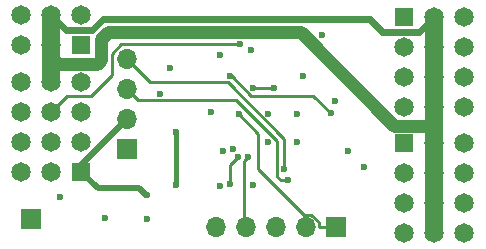
<source format=gbl>
%TF.GenerationSoftware,KiCad,Pcbnew,(6.0.9)*%
%TF.CreationDate,2023-03-12T19:50:08-06:00*%
%TF.ProjectId,CRSFtoPWM,43525346-746f-4505-974d-2e6b69636164,rev?*%
%TF.SameCoordinates,Original*%
%TF.FileFunction,Copper,L4,Bot*%
%TF.FilePolarity,Positive*%
%FSLAX46Y46*%
G04 Gerber Fmt 4.6, Leading zero omitted, Abs format (unit mm)*
G04 Created by KiCad (PCBNEW (6.0.9)) date 2023-03-12 19:50:08*
%MOMM*%
%LPD*%
G01*
G04 APERTURE LIST*
%TA.AperFunction,ComponentPad*%
%ADD10R,1.700000X1.700000*%
%TD*%
%TA.AperFunction,ComponentPad*%
%ADD11R,1.650000X1.650000*%
%TD*%
%TA.AperFunction,ComponentPad*%
%ADD12C,1.650000*%
%TD*%
%TA.AperFunction,ComponentPad*%
%ADD13O,1.700000X1.700000*%
%TD*%
%TA.AperFunction,ViaPad*%
%ADD14C,0.600000*%
%TD*%
%TA.AperFunction,Conductor*%
%ADD15C,0.400000*%
%TD*%
%TA.AperFunction,Conductor*%
%ADD16C,0.500000*%
%TD*%
%TA.AperFunction,Conductor*%
%ADD17C,0.250000*%
%TD*%
%TA.AperFunction,Conductor*%
%ADD18C,1.500000*%
%TD*%
%TA.AperFunction,Conductor*%
%ADD19C,1.100000*%
%TD*%
%TA.AperFunction,Conductor*%
%ADD20C,0.600000*%
%TD*%
G04 APERTURE END LIST*
D10*
X142900000Y-113100000D03*
D11*
X174560000Y-106690000D03*
D12*
X177100000Y-106690000D03*
X179640000Y-106690000D03*
X174560000Y-109230000D03*
X177100000Y-109230000D03*
X179640000Y-109230000D03*
X174560000Y-111770000D03*
X177100000Y-111770000D03*
X179640000Y-111770000D03*
X174560000Y-114310000D03*
X177100000Y-114310000D03*
X179640000Y-114310000D03*
D10*
X168775000Y-113800000D03*
D13*
X166235000Y-113800000D03*
X163695000Y-113800000D03*
X161155000Y-113800000D03*
X158615000Y-113800000D03*
D11*
X147200000Y-98400000D03*
D12*
X144660000Y-98400000D03*
X142120000Y-98400000D03*
X147200000Y-95860000D03*
X144660000Y-95860000D03*
X142120000Y-95860000D03*
D10*
X151100000Y-107200000D03*
D13*
X151100000Y-104660000D03*
X151100000Y-102120000D03*
X151100000Y-99580000D03*
D11*
X147200000Y-109100000D03*
D12*
X144660000Y-109100000D03*
X142120000Y-109100000D03*
X147200000Y-106560000D03*
X144660000Y-106560000D03*
X142120000Y-106560000D03*
X147200000Y-104020000D03*
X144660000Y-104020000D03*
X142120000Y-104020000D03*
X147200000Y-101480000D03*
X144660000Y-101480000D03*
X142120000Y-101480000D03*
D11*
X174560000Y-96020000D03*
D12*
X177100000Y-96020000D03*
X179640000Y-96020000D03*
X174560000Y-98560000D03*
X177100000Y-98560000D03*
X179640000Y-98560000D03*
X174560000Y-101100000D03*
X177100000Y-101100000D03*
X179640000Y-101100000D03*
X174560000Y-103640000D03*
X177100000Y-103640000D03*
X179640000Y-103640000D03*
D14*
X158200000Y-104000000D03*
X161600000Y-98800000D03*
X160059472Y-107174989D03*
X167600000Y-97500000D03*
X153900000Y-102475498D03*
X171100000Y-108700000D03*
X161700000Y-110200000D03*
X155200000Y-110200000D03*
X155200000Y-105700000D03*
X152800000Y-111100000D03*
X164700000Y-109800000D03*
X164400000Y-108900000D03*
X161300000Y-107875500D03*
X159800000Y-101000000D03*
X168300000Y-104100000D03*
X152800000Y-113100000D03*
X168700000Y-103100000D03*
X169800000Y-107300000D03*
X165500000Y-106600000D03*
X154700000Y-100300000D03*
X158900000Y-110300000D03*
X163000000Y-106600000D03*
X165500000Y-104200000D03*
X158900000Y-99200000D03*
X149200000Y-113000000D03*
X163020878Y-104179122D03*
X159200000Y-107300000D03*
X145375000Y-111225000D03*
X166000000Y-101000000D03*
X160600000Y-98300000D03*
X163474500Y-102047080D03*
X161700000Y-102000000D03*
X160550000Y-104250000D03*
X160450978Y-107875500D03*
X159800000Y-110100000D03*
D15*
X155200000Y-110200000D02*
X155200000Y-105700000D01*
D16*
X147200000Y-108560000D02*
X151100000Y-104660000D01*
X148600000Y-110500000D02*
X147200000Y-109100000D01*
X152800000Y-111100000D02*
X152700000Y-111100000D01*
X152100000Y-110500000D02*
X148600000Y-110500000D01*
X152700000Y-111100000D02*
X152100000Y-110500000D01*
D17*
X164700000Y-109800000D02*
X164100000Y-109800000D01*
X164100000Y-109800000D02*
X163800000Y-109500000D01*
X163800000Y-106500000D02*
X160300000Y-103000000D01*
X160300000Y-103000000D02*
X151980000Y-103000000D01*
X151980000Y-103000000D02*
X151100000Y-102120000D01*
X163800000Y-109500000D02*
X163800000Y-106500000D01*
X164400000Y-106300000D02*
X159600000Y-101500000D01*
X159600000Y-101500000D02*
X153020000Y-101500000D01*
X153020000Y-101500000D02*
X151100000Y-99580000D01*
X164400000Y-108900000D02*
X164400000Y-106300000D01*
X161300000Y-107875500D02*
X161000000Y-108175500D01*
X161000000Y-108175500D02*
X161000000Y-113645000D01*
X161608743Y-102650499D02*
X159958244Y-101000000D01*
X159958244Y-101000000D02*
X159800000Y-101000000D01*
X166850499Y-102650499D02*
X161608743Y-102650499D01*
X168300000Y-104100000D02*
X166850499Y-102650499D01*
D18*
X177100000Y-105200000D02*
X177100000Y-114310000D01*
D19*
X165799750Y-97299750D02*
X173700000Y-105200000D01*
D18*
X144660000Y-99360000D02*
X144660000Y-101480000D01*
X177100000Y-96020000D02*
X177100000Y-105200000D01*
D19*
X148550000Y-100000000D02*
X148900000Y-99650000D01*
X145300000Y-100000000D02*
X148550000Y-100000000D01*
X148900000Y-97900000D02*
X149500250Y-97299750D01*
D20*
X145900000Y-97100000D02*
X144660000Y-95860000D01*
X172700000Y-97300000D02*
X171600000Y-96200000D01*
X175820000Y-97300000D02*
X172700000Y-97300000D01*
X149000000Y-96200000D02*
X148100000Y-97100000D01*
D18*
X144660000Y-95860000D02*
X144660000Y-99360000D01*
D19*
X173700000Y-105200000D02*
X177100000Y-105200000D01*
X149500250Y-97299750D02*
X165799750Y-97299750D01*
D20*
X171600000Y-96200000D02*
X149000000Y-96200000D01*
D19*
X148900000Y-99650000D02*
X148900000Y-97900000D01*
D20*
X177100000Y-96020000D02*
X175820000Y-97300000D01*
D19*
X144660000Y-99360000D02*
X145300000Y-100000000D01*
D20*
X148100000Y-97100000D02*
X145900000Y-97100000D01*
D17*
X144660000Y-104020000D02*
X145980000Y-102700000D01*
X149800000Y-100900000D02*
X149800000Y-99100000D01*
X149800000Y-99100000D02*
X150600000Y-98300000D01*
X148000000Y-102700000D02*
X149800000Y-100900000D01*
X145980000Y-102700000D02*
X148000000Y-102700000D01*
X150600000Y-98300000D02*
X160600000Y-98300000D01*
X163427420Y-102000000D02*
X163474500Y-102047080D01*
X163474500Y-102025500D02*
X163474500Y-102047080D01*
X161700000Y-102000000D02*
X163427420Y-102000000D01*
X167310000Y-113354720D02*
X167310000Y-113800000D01*
X167310000Y-113800000D02*
X168400000Y-113800000D01*
X166680280Y-112725000D02*
X167310000Y-113354720D01*
X162200000Y-105900000D02*
X162200000Y-108900000D01*
X166025000Y-112725000D02*
X166680280Y-112725000D01*
X162200000Y-108900000D02*
X166025000Y-112725000D01*
X160550000Y-104250000D02*
X162200000Y-105900000D01*
X160450978Y-107875500D02*
X160424500Y-107875500D01*
X159800000Y-108500000D02*
X159800000Y-110100000D01*
X160424500Y-107875500D02*
X159800000Y-108500000D01*
M02*

</source>
